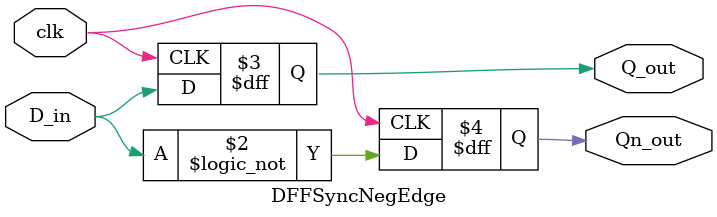
<source format=v>


`timescale 1ns/10ps

module DFFSyncNegEdge (
    D_in,
    Q_out,
    Qn_out,
    clk
);


input D_in;
output Q_out;
reg Q_out;
output Qn_out;
reg Qn_out;
input clk;






always @(negedge clk) begin: DFFSYNCNEGEDGE_LOGIC
    Q_out <= D_in;
    Qn_out <= (!D_in);
end

endmodule

</source>
